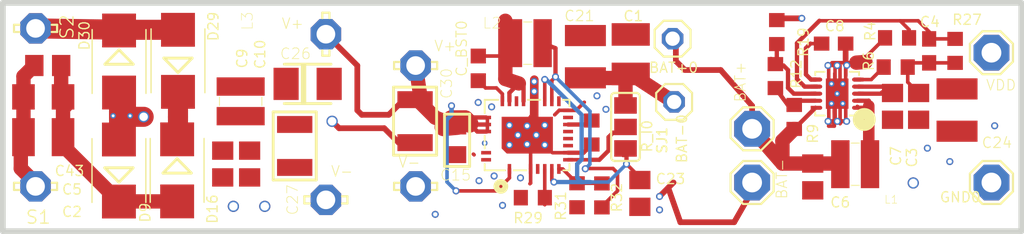
<source format=kicad_pcb>
(kicad_pcb (version 20221018) (generator pcbnew)
  (layers (0 "F.Cu" signal) (31 "B.Cu" signal) (34 "B.Paste" user) (35 "F.Paste" user) (36 "B.SilkS" user "B.Silkscreen") (37 "F.SilkS" user "F.Silkscreen") (38 "B.Mask" user) (39 "F.Mask" user) (44 "Edge.Cuts" user))
  (net 0 "")
  (net 1 "/Anpassnetzwerk/ANT_2222")
  (net 2 "/Anpassnetzwerk/ANT_2")
  (net 3 "/5V DC/DC Wandler für Last TPS61230/V_OUT_TPS61230")
  (net 4 "Net-(C4-Pad2)")
  (net 5 "Net-(C8-Pad1)")
  (net 6 "/LiFePo Lader LTC7103/V_AACCC")
  (net 7 "/LiFePo Lader LTC7103/INTV_CC")
  (net 8 "U_BATT+")
  (net 9 "V_AA")
  (net 10 "Net-(C_BST0-Pad2)")
  (net 11 "Net-(C_BST0-Pad1)")
  (net 12 "/Anpassnetzwerk/ANT_GND_2")
  (net 13 "Net-(L1-Pad2)")
  (net 14 "Net-(R6-Pad1)")
  (net 15 "Net-(R12-Pad2)")
  (net 16 "Net-(R12-Pad1)")
  (net 17 "Net-(R29-Pad2)")
  (net 18 "Net-(R31-Pad2)")
  (net 19 "Net-(R_I0-Pad2)")
  (net 20 "Net-(SJ1-Pad2)")
  (net 23 "GND")
  (footprint "Texmitter_Empfänger_gefertigt:SE14" (layer "F.Cu") (at 165.48735 105.83985)
    (fp_text reference "U_HS0" hide)
    (fp_text value "SE14" hide)
  )
  (footprint "Texmitter_Empfänger_gefertigt:SJ_2" (layer "F.Cu") (at 156.52735 105.70735 -90)
    (fp_text reference "SJ1")
    (fp_text value "SJ2W" hide)
  )
  (footprint "Texmitter_Empfänger_gefertigt:LSP13" (layer "F.Cu") (at 135.32485 99.12985 90)
    (fp_text reference "LSP1" hide)
    (fp_text value "LSP13" hide)
  )
  (footprint "Texmitter_Empfänger_gefertigt:LSP13" (layer "F.Cu") (at 141.67485 101.35235)
    (fp_text reference "LSP2" hide)
    (fp_text value "LSP13" hide)
  )
  (footprint "Texmitter_Empfänger_gefertigt:R0603" (layer "F.Cu") (at 167.13485 102.09985 -90)
    (fp_text reference "R12")
    (fp_text value "8,2k/ neu 910k" hide)
  )
  (footprint "Texmitter_Empfänger_gefertigt:C0603K" (layer "F.Cu") (at 146.10985 101.55235 90)
    (fp_text reference "C_BST0")
    (fp_text value "100nF RS Best.-Nr. 904-0158 " hide)
  )
  (footprint "Texmitter_Empfänger_gefertigt:TPS61230" (layer "F.Cu") (at 171.50485 103.34735 90)
    (fp_text reference "U$2" hide)
    (fp_text value "TPS61230" hide)
  )
  (footprint "Texmitter_Empfänger_gefertigt:SE14" (layer "F.Cu") (at 182.42485 109.64735 90)
    (fp_text reference "GND0")
    (fp_text value "SE14" hide)
  )
  (footprint "Texmitter_Empfänger_gefertigt:C1206" (layer "F.Cu") (at 115.32235 103.57485)
    (fp_text reference "C5")
    (fp_text value "C-EUC1206" hide)
  )
  (footprint "Texmitter_Empfänger_gefertigt:C0805" (layer "F.Cu") (at 169.77735 109.25235 -90)
    (fp_text reference "C6")
    (fp_text value "X5R, 22μF 6,3V  RS Best.-Nr. 144-8498 " hide)
  )
  (footprint "Texmitter_Empfänger_gefertigt:R0603" (layer "F.Cu") (at 154.85735 110.56235 -90)
    (fp_text reference "R32")
    (fp_text value "0 bei fix output/ 100k" hide)
  )
  (footprint "Texmitter_Empfänger_gefertigt:C1210" (layer "F.Cu") (at 156.89735 100.54735 -90)
    (fp_text reference "C1")
    (fp_text value "100uF 10V" hide)
  )
  (footprint "Texmitter_Empfänger_gefertigt:C0805" (layer "F.Cu") (at 177.26985 104.24735 -90)
    (fp_text reference "C3")
    (fp_text value "10uF X5R 10V RS.:846-7293" hide)
  )
  (footprint "Texmitter_Empfänger_gefertigt:R0603" (layer "F.Cu") (at 149.96985 110.72235)
    (fp_text reference "R29")
    (fp_text value "75k" hide)
  )
  (footprint "Texmitter_Empfänger_gefertigt:WE-MAPI_3015_3020" (layer "F.Cu") (at 172.77985 108.34985)
    (fp_text reference "L1")
    (fp_text value "WE-MAPI_3020" hide)
  )
  (footprint "Texmitter_Empfänger_gefertigt:C0805" (layer "F.Cu") (at 128.02235 108.33735 -90)
    (fp_text reference "C9")
    (fp_text value "C-EUC0805" hide)
  )
  (footprint "Texmitter_Empfänger_gefertigt:WE-MAPI_3015_3020" (layer "F.Cu") (at 149.61235 99.76485)
    (fp_text reference "L2")
    (fp_text value "WE-MAPI_3020" hide)
  )
  (footprint "Texmitter_Empfänger_gefertigt:R0603" (layer "F.Cu") (at 175.74485 99.38985)
    (fp_text reference "R4")
    (fp_text value "100k/ neu 220k" hide)
  )
  (footprint "Texmitter_Empfänger_gefertigt:WE-MAPI_3015_3020" (layer "F.Cu") (at 129.29235 103.89235 90)
    (fp_text reference "L3")
    (fp_text value "WE-MAPI_3020" hide)
  )
  (footprint "Texmitter_Empfänger_gefertigt:C1210" (layer "F.Cu") (at 115.32235 106.43235)
    (fp_text reference "C2")
    (fp_text value "C-EUC1210" hide)
  )
  (footprint "Texmitter_Empfänger_gefertigt:C0805" (layer "F.Cu") (at 129.92735 108.33735 -90)
    (fp_text reference "C10")
    (fp_text value "C-EUC0805" hide)
  )
  (footprint "Texmitter_Empfänger_gefertigt:SE14" (layer "F.Cu") (at 182.42485 100.44235 90)
    (fp_text reference "UNK5V_OUT0" hide)
    (fp_text value "SE14" hide)
  )
  (footprint "Texmitter_Empfänger_gefertigt:LSP13" (layer "F.Cu") (at 141.67485 109.92485)
    (fp_text reference "LSP4" hide)
    (fp_text value "LSP13" hide)
  )
  (footprint "Texmitter_Empfänger_gefertigt:C3528-21_T" (layer "F.Cu") (at 134.03235 102.65235 180)
    (fp_text reference "C26")
    (fp_text value "RS Best.-Nr. 699-2882  220nF 50V" hide)
  )
  (footprint "Texmitter_Empfänger_gefertigt:C1210" (layer "F.Cu") (at 133.11735 107.05485 90)
    (fp_text reference "C27")
    (fp_text value " RS Best.-Nr. 181-9969 4,7uF 100V X7R" hide)
  )
  (footprint "Texmitter_Empfänger_gefertigt:LSP13" (layer "F.Cu") (at 135.32485 110.87735)
    (fp_text reference "LSP3" hide)
    (fp_text value "LSP13" hide)
  )
  (footprint "Texmitter_Empfänger_gefertigt:R0603" (layer "F.Cu") (at 167.23485 98.97985 -90)
    (fp_text reference "R19")
    (fp_text value "8,2k/ neu 330k" hide)
  )
  (footprint "Texmitter_Empfänger_gefertigt:R0603" (layer "F.Cu") (at 153.09735 110.55235 90)
    (fp_text reference "R31")
    (fp_text value "NC/3k" hide)
  )
  (footprint "Texmitter_Empfänger_gefertigt:C0603" (layer "F.Cu") (at 178.01485 100.31235 90)
    (fp_text reference "C4")
    (fp_text value "18pF 50V   RS Best.-Nr. 147-415 " hide)
  )
  (footprint "Texmitter_Empfänger_gefertigt:LSP13" (layer "F.Cu") (at 114.77735 109.92235 180)
    (fp_text reference "S1")
    (fp_text value "LSP13" hide)
  )
  (footprint "Texmitter_Empfänger_gefertigt:C1210K" (layer "F.Cu") (at 179.98985 104.50985 -90)
    (fp_text reference "C24")
    (fp_text value "100uF 10V RS Best.-Nr. 885-1960 " hide)
  )
  (footprint "Texmitter_Empfänger_gefertigt:SMB" (layer "F.Cu") (at 124.85735 101.01735 90)
    (fp_text reference "D29")
    (fp_text value " Vishay VS-2EJH02-M3/6B SMT Diode, 200V 2A, 2-Pin DO-221AC      RS Stock No. 872-2878 " hide)
  )
  (footprint "Texmitter_Empfänger_gefertigt:C1210K" (layer "F.Cu") (at 153.68985 100.72485 -90)
    (fp_text reference "C21")
    (fp_text value "22uF RS Best.-Nr. 515-8479 " hide)
  )
  (footprint "Texmitter_Empfänger_gefertigt:LTC7103" (layer "F.Cu") (at 149.56235 106.28485 90)
    (fp_text reference "U$6" hide)
    (fp_text value "LTC7103QFN" hide)
  )
  (footprint "Texmitter_Empfänger_gefertigt:SE14" (layer "F.Cu") (at 165.48735 109.64735)
    (fp_text reference "GND_HS0" hide)
    (fp_text value "SE14" hide)
  )
  (footprint "Texmitter_Empfänger_gefertigt:C0805" (layer "F.Cu") (at 157.54235 110.42235 -90)
    (fp_text reference "C23")
    (fp_text value " 1uF RS Best.-Nr. 146-4318 " hide)
  )
  (footprint "Texmitter_Empfänger_gefertigt:R0603" (layer "F.Cu") (at 168.46735 104.99735 -90)
    (fp_text reference "R9")
    (fp_text value "1Mega" hide)
  )
  (footprint "Texmitter_Empfänger_gefertigt:R0603" (layer "F.Cu") (at 179.85235 100.31235 -90)
    (fp_text reference "R27")
    (fp_text value "910/ neu 820k" hide)
  )
  (footprint "Texmitter_Empfänger_gefertigt:SMB" (layer "F.Cu") (at 120.68735 101.06735 -90)
    (fp_text reference "D30")
    (fp_text value " Vishay VS-2EJH02-M3/6B SMT Diode, 200V 2A, 2-Pin DO-221AC      RS Stock No. 872-2878 " hide)
  )
  (footprint "Texmitter_Empfänger_gefertigt:SMB" (layer "F.Cu") (at 124.79735 108.78735 -90)
    (fp_text reference "D16")
    (fp_text value " Vishay VS-2EJH02-M3/6B SMT Diode, 200V 2A, 2-Pin DO-221AC      RS Stock No. 872-2878 " hide)
  )
  (footprint "Texmitter_Empfänger_gefertigt:1X01" (layer "F.Cu") (at 159.96735 103.93235 90)
    (fp_text reference "BAT-0")
    (fp_text value "" hide)
  )
  (footprint "Texmitter_Empfänger_gefertigt:R0603" (layer "F.Cu") (at 175.64985 101.46235)
    (fp_text reference "R6")
    (fp_text value "100k" hide)
  )
  (footprint "Texmitter_Empfänger_gefertigt:1X01" (layer "F.Cu") (at 159.86235 99.44735 90)
    (fp_text reference "BAT+0")
    (fp_text value "" hide)
  )
  (footprint "Texmitter_Empfänger_gefertigt:SMB" (layer "F.Cu") (at 120.67735 108.79735 90)
    (fp_text reference "D9")
    (fp_text value " Vishay VS-2EJH02-M3/6B SMT Diode, 200V 2A, 2-Pin DO-221AC      RS Stock No. 872-2878 " hide)
  )
  (footprint "Texmitter_Empfänger_gefertigt:C1210" (layer "F.Cu") (at 141.63485 105.29485 90)
    (fp_text reference "C30")
    (fp_text value " RS Best.-Nr. 181-9969 4,7uF 100V X7R" hide)
  )
  (footprint "Texmitter_Empfänger_gefertigt:C0805" (layer "F.Cu") (at 144.60735 106.65485 90)
    (fp_text reference "C15")
    (fp_text value " RS Best.-Nr. 915-9457 100nF 100V X7R" hide)
  )
  (footprint "Texmitter_Empfänger_gefertigt:C0805" (layer "F.Cu") (at 115.63985 101.34985)
    (fp_text reference "C43")
    (fp_text value "0 Ohm" hide)
  )
  (footprint "Texmitter_Empfänger_gefertigt:LSP13" (layer "F.Cu") (at 114.77735 98.71735 180)
    (fp_text reference "S2")
    (fp_text value "LSP13" hide)
  )
  (footprint "Texmitter_Empfänger_gefertigt:C0805" (layer "F.Cu") (at 175.42235 104.24735 -90)
    (fp_text reference "C7")
    (fp_text value "10uF X5R 10V RS.:846-7293" hide)
  )
  (footprint "Texmitter_Empfänger_gefertigt:R0603" (layer "F.Cu") (at 154.13985 106.10235 90)
    (fp_text reference "R_I0")
    (fp_text value "6,8k" hide)
  )
  (footprint "Texmitter_Empfänger_gefertigt:C0603" (layer "F.Cu") (at 171.25485 99.79735)
    (fp_text reference "C8")
    (fp_text value "X7R, 10nF 10V  RS Best.-Nr.839-2798" hide)
  )
  (gr_circle (center 147.70735 109.92485) (end 148.02485 109.92485) (stroke (width 0.4064)) (fill none) (layer "F.SilkS"))
  (gr_line (start 184.53735 113.09985) (end 112.46485 113.09985) (stroke (width 0.4064)) (layer "Edge.Cuts"))
  (gr_line (start 112.46485 113.09985) (end 112.46485 96.90735) (stroke (width 0.4064)) (layer "Edge.Cuts"))
  (gr_line (start 184.53735 96.90735) (end 184.53735 113.09985) (stroke (width 0.4064)) (layer "Edge.Cuts"))
  (gr_line (start 112.46485 96.90735) (end 184.53735 96.90735) (stroke (width 0.4064)) (layer "Edge.Cuts"))
  (gr_text "V+" (at 142.94485 100.39985) (layer "F.SilkS") (effects (font (size 0.747776 0.747776) (thickness 0.065024)) (justify left bottom)))
  (gr_text "BAT-" (at 168.02735 110.87735 90) (layer "F.SilkS") (effects (font (size 0.747776 0.747776) (thickness 0.065024)) (justify left bottom)))
  (gr_text "BAT+" (at 164.21735 101.03485 90) (layer "F.SilkS") (effects (font (size 0.747776 0.747776) (thickness 0.065024)) (justify right top)))
  (gr_text "VDD" (at 184.21985 102.30485) (layer "F.SilkS") (effects (font (size 0.747776 0.747776) (thickness 0.065024)) (justify right top)))
  (gr_text "V-" (at 140.40485 108.65485) (layer "F.SilkS") (effects (font (size 0.747776 0.747776) (thickness 0.065024)) (justify left bottom)))
  (gr_text "V+" (at 132.14985 98.81235) (layer "F.SilkS") (effects (font (size 0.747776 0.747776) (thickness 0.065024)) (justify left bottom)))
  (gr_text "V-" (at 135.64235 109.28985) (layer "F.SilkS") (effects (font (size 0.747776 0.747776) (thickness 0.065024)) (justify left bottom)))
  (segment (start 116.72235 103.57485) (end 116.72235 106.43235) (width 1.016) (layer "F.Cu") (net 1))
  (segment (start 116.58985 101.34985) (end 116.58985 103.88985) (width 1.016) (layer "F.Cu") (net 1))
  (segment (start 116.90985 103.76235) (end 116.72235 103.57485) (width 1.016) (layer "F.Cu") (net 1))
  (segment (start 116.58985 103.88985) (end 116.90985 104.20985) (width 1.016) (layer "F.Cu") (net 1))
  (segment (start 116.90985 104.20985) (end 116.90985 103.76235) (width 1.016) (layer "F.Cu") (net 1))
  (segment (start 116.72235 106.43235) (end 116.72235 107.04235) (width 1.016) (layer "F.Cu") (net 1))
  (segment (start 120.70735 110.98735) (end 124.79735 110.98735) (width 1.016) (layer "F.Cu") (net 1))
  (segment (start 120.67735 110.99735) (end 120.70735 110.98735) (width 1.27) (layer "F.Cu") (net 1))
  (segment (start 116.72235 107.04235) (end 120.67735 110.99735) (width 1.016) (layer "F.Cu") (net 1))
  (segment (start 113.92235 103.57485) (end 113.92235 102.11735) (width 1.016) (layer "F.Cu") (net 2))
  (segment (start 113.73485 108.65485) (end 113.73485 106.61985) (width 1.016) (layer "F.Cu") (net 2))
  (segment (start 113.92235 106.43235) (end 113.92235 103.57485) (width 1.016) (layer "F.Cu") (net 2))
  (segment (start 114.77735 109.92235) (end 114.77735 109.69735) (width 1.016) (layer "F.Cu") (net 2))
  (segment (start 113.92235 102.11735) (end 114.68985 101.34985) (width 1.016) (layer "F.Cu") (net 2))
  (segment (start 113.73485 106.61985) (end 113.92235 106.43235) (width 1.016) (layer "F.Cu") (net 2))
  (segment (start 114.77735 109.69735) (end 113.73485 108.65485) (width 1.016) (layer "F.Cu") (net 2))
  (segment (start 176.79985 101.16235) (end 176.49985 101.46235) (width 0.254) (layer "F.Cu") (net 3))
  (segment (start 173.03485 102.84735) (end 174.97235 102.84735) (width 0.3048) (layer "F.Cu") (net 3))
  (segment (start 175.38235 103.25735) (end 175.42235 103.29735) (width 0.3048) (layer "F.Cu") (net 3))
  (segment (start 174.69485 103.25735) (end 175.38235 103.25735) (width 0.3048) (layer "F.Cu") (net 3))
  (segment (start 178.01485 101.16235) (end 176.79985 101.16235) (width 0.254) (layer "F.Cu") (net 3))
  (segment (start 173.03485 103.34735) (end 172.93485 103.34735) (width 0.254) (layer "F.Cu") (net 3))
  (segment (start 176.49985 101.46235) (end 176.49985 102.52735) (width 0.254) (layer "F.Cu") (net 3))
  (segment (start 174.60485 103.34735) (end 174.69485 103.25735) (width 0.3048) (layer "F.Cu") (net 3))
  (segment (start 174.97235 102.84735) (end 175.42235 103.29735) (width 0.3048) (layer "F.Cu") (net 3))
  (segment (start 176.49985 102.52735) (end 177.26985 103.29735) (width 0.254) (layer "F.Cu") (net 3))
  (segment (start 173.03485 103.34735) (end 174.60485 103.34735) (width 0.3048) (layer "F.Cu") (net 3))
  (segment (start 173.03485 102.84735) (end 172.93485 102.84735) (width 0.254) (layer "F.Cu") (net 3))
  (segment (start 179.85235 101.16235) (end 178.01485 101.16235) (width 0.254) (layer "F.Cu") (net 3))
  (segment (start 168.66235 102.30485) (end 168.66235 99.76485) (width 0.3048) (layer "F.Cu") (net 4))
  (segment (start 176.59485 99.38985) (end 176.59485 98.80735) (width 0.254) (layer "F.Cu") (net 4))
  (segment (start 168.66235 99.76485) (end 170.24985 98.17735) (width 0.3048) (layer "F.Cu") (net 4))
  (segment (start 175.96485 98.17735) (end 170.24985 98.17735) (width 0.254) (layer "F.Cu") (net 4))
  (segment (start 176.59485 98.80735) (end 175.96485 98.17735) (width 0.254) (layer "F.Cu") (net 4))
  (segment (start 170.07485 102.84735) (end 169.97485 102.84735) (width 0.254) (layer "F.Cu") (net 4))
  (segment (start 178.01485 99.46235) (end 178.01485 98.95735) (width 0.254) (layer "F.Cu") (net 4))
  (segment (start 178.01485 99.46235) (end 179.85235 99.46235) (width 0.254) (layer "F.Cu") (net 4))
  (segment (start 169.20485 102.84735) (end 168.66235 102.30485) (width 0.3048) (layer "F.Cu") (net 4))
  (segment (start 170.07485 102.84735) (end 169.20485 102.84735) (width 0.3048) (layer "F.Cu") (net 4))
  (segment (start 178.01485 98.95735) (end 177.23485 98.17735) (width 0.254) (layer "F.Cu") (net 4))
  (segment (start 177.23485 98.17735) (end 175.96485 98.17735) (width 0.254) (layer "F.Cu") (net 4))
  (segment (start 170.07485 99.79735) (end 169.61485 99.79735) (width 0.254) (layer "F.Cu") (net 5))
  (segment (start 169.97485 102.34735) (end 170.07485 102.34735) (width 0.254) (layer "F.Cu") (net 5))
  (segment (start 169.97485 102.34735) (end 169.65735 102.34735) (width 0.3048) (layer "F.Cu") (net 5))
  (segment (start 169.29735 101.98735) (end 169.29735 100.11485) (width 0.3048) (layer "F.Cu") (net 5))
  (segment (start 169.29735 100.11485) (end 169.61485 99.79735) (width 0.3048) (layer "F.Cu") (net 5))
  (segment (start 169.65735 102.34735) (end 169.29735 101.98735) (width 0.3048) (layer "F.Cu") (net 5))
  (segment (start 170.40485 99.79735) (end 170.07485 99.79735) (width 0.4064) (layer "F.Cu") (net 5))
  (segment (start 148.31235 108.68485) (end 148.31235 109.31985) (width 0.254) (layer "F.Cu") (net 6))
  (segment (start 146.03985 106.03485) (end 145.53985 105.53485) (width 0.3048) (layer "F.Cu") (net 6))
  (segment (start 137.86485 104.84485) (end 137.54735 104.52735) (width 0.4064) (layer "F.Cu") (net 6))
  (segment (start 139.76985 104.84485) (end 137.86485 104.84485) (width 0.4064) (layer "F.Cu") (net 6))
  (segment (start 144.21485 104.20985) (end 144.21485 105.24635) (width 0.3048) (layer "F.Cu") (net 6))
  (segment (start 145.3261 105.3211) (end 145.48485 105.47985) (width 1.27) (layer "F.Cu") (net 6))
  (segment (start 141.99235 103.25735) (end 141.35735 103.89235) (width 0.4064) (layer "F.Cu") (net 6))
  (segment (start 146.66235 106.03485) (end 146.03985 106.03485) (width 0.3048) (layer "F.Cu") (net 6))
  (segment (start 137.54735 104.52735) (end 137.54735 101.35235) (width 0.4064) (layer "F.Cu") (net 6))
  (segment (start 148.31235 109.31985) (end 147.38985 110.24235) (width 0.254) (layer "F.Cu") (net 6))
  (segment (start 145.16735 105.16235) (end 145.3261 105.3211) (width 1.27) (layer "F.Cu") (net 6))
  (segment (start 141.67485 101.35235) (end 141.99235 103.25735) (width 0.4064) (layer "F.Cu") (net 6))
  (segment (start 146.66235 105.03485) (end 145.61235 105.03485) (width 0.3048) (layer "F.Cu") (net 6))
  (segment (start 141.63485 103.77085) (end 141.78685 103.77085) (width 1.016) (layer "F.Cu") (net 6))
  (segment (start 141.67485 101.35235) (end 141.99235 103.41335) (width 1.016) (layer "F.Cu") (net 6))
  (segment (start 140.72235 103.89235) (end 139.76985 104.84485) (width 0.4064) (layer "F.Cu") (net 6))
  (segment (start 141.35735 103.89235) (end 140.72235 103.89235) (width 0.4064) (layer "F.Cu") (net 6))
  (segment (start 137.54735 101.35235) (end 135.32485 99.12985) (width 0.4064) (layer "F.Cu") (net 6))
  (segment (start 143.05685 105.04085) (end 144.60735 105.63885) (width 1.016) (layer "F.Cu") (net 6))
  (segment (start 144.21485 105.16235) (end 145.16735 105.16235) (width 1.27) (layer "F.Cu") (net 6))
  (segment (start 143.65485 105.72235) (end 144.21485 105.16235) (width 1.27) (layer "F.Cu") (net 6))
  (segment (start 146.75485 106.03485) (end 146.75485 105.16235) (width 0.254) (layer "F.Cu") (net 6))
  (segment (start 144.21485 105.24635) (end 144.60735 105.63885) (width 0.3048) (layer "F.Cu") (net 6))
  (segment (start 141.78685 103.77085) (end 143.05685 105.04085) (width 1.016) (layer "F.Cu") (net 6))
  (segment (start 146.66235 106.03485) (end 146.75485 106.03485) (width 0.254) (layer "F.Cu") (net 6))
  (segment (start 145.61235 105.03485) (end 145.3261 105.3211) (width 0.3048) (layer "F.Cu") (net 6))
  (segment (start 146.66235 105.53485) (end 145.53985 105.53485) (width 0.3048) (layer "F.Cu") (net 6))
  (segment (start 145.53985 105.53485) (end 145.48485 105.47985) (width 0.3048) (layer "F.Cu") (net 6))
  (segment (start 141.99235 103.41335) (end 141.63485 103.77085) (width 1.016) (layer "F.Cu") (net 6))
  (segment (start 144.60735 105.63885) (end 143.65485 105.72235) (width 1.27) (layer "F.Cu") (net 6))
  (segment (start 147.38985 110.24235) (end 144.53235 110.24235) (width 0.254) (layer "F.Cu") (net 6))
  (via (at 144.53235 110.24235) (size 0.5) (drill 0.3) (layers "F.Cu" "B.Cu") (net 6))
  (via (at 144.21485 104.20985) (size 0.5) (drill 0.3) (layers "F.Cu" "B.Cu") (net 6))
  (segment (start 144.53235 110.24235) (end 143.89735 109.60735) (width 0.254) (layer "B.Cu") (net 6))
  (segment (start 144.21485 104.20985) (end 144.21485 104.84485) (width 0.3048) (layer "B.Cu") (net 6))
  (segment (start 144.21485 104.84485) (end 143.89735 105.16235) (width 0.3048) (layer "B.Cu") (net 6))
  (segment (start 143.89735 109.60735) (end 143.89735 105.16235) (width 0.254) (layer "B.Cu") (net 6))
  (segment (start 156.59735 107.38485) (end 156.37385 107.70235) (width 0.3048) (layer "F.Cu") (net 7))
  (segment (start 157.22485 108.96485) (end 156.59735 108.33735) (width 0.254) (layer "F.Cu") (net 7))
  (segment (start 151.31235 109.49485) (end 151.46235 109.61485) (width 0.254) (layer "F.Cu") (net 7))
  (segment (start 156.59735 108.33735) (end 156.59735 107.38485) (width 0.3048) (layer "F.Cu") (net 7))
  (segment (start 151.31235 108.68485) (end 151.31235 109.49485) (width 0.254) (layer "F.Cu") (net 7))
  (segment (start 150.81235 103.88485) (end 150.81235 102.34485) (width 0.254) (layer "F.Cu") (net 7))
  (segment (start 156.37385 107.70235) (end 156.52735 107.23135) (width 0.3048) (layer "F.Cu") (net 7))
  (segment (start 157.54235 109.47235) (end 157.22485 108.96485) (width 0.254) (layer "F.Cu") (net 7))
  (via (at 151.46235 109.61485) (size 0.5) (drill 0.3) (layers "F.Cu" "B.Cu") (net 7))
  (via (at 150.81235 102.34485) (size 0.5) (drill 0.3) (layers "F.Cu" "B.Cu") (net 7))
  (via (at 156.59735 108.33735) (size 0.5) (drill 0.3) (layers "F.Cu" "B.Cu") (net 7))
  (segment (start 154.04985 109.61485) (end 155.31985 109.61485) (width 0.254) (layer "B.Cu") (net 7))
  (segment (start 153.42235 108.01985) (end 153.10485 108.33735) (width 0.3048) (layer "B.Cu") (net 7))
  (segment (start 150.81235 102.34485) (end 150.81235 102.23485) (width 0.3048) (layer "B.Cu") (net 7))
  (segment (start 155.31985 109.61485) (end 156.59735 108.33735) (width 0.254) (layer "B.Cu") (net 7))
  (segment (start 153.10485 108.33735) (end 153.10485 109.29735) (width 0.3048) (layer "B.Cu") (net 7))
  (segment (start 153.42235 109.61485) (end 154.04985 109.61485) (width 0.3048) (layer "B.Cu") (net 7))
  (segment (start 151.46235 109.61485) (end 153.42235 109.61485) (width 0.3048) (layer "B.Cu") (net 7))
  (segment (start 153.42235 104.84485) (end 153.42235 108.01985) (width 0.3048) (layer "B.Cu") (net 7))
  (segment (start 153.10485 109.29735) (end 153.42235 109.61485) (width 0.3048) (layer "B.Cu") (net 7))
  (segment (start 150.81235 102.23485) (end 153.42235 104.84485) (width 0.3048) (layer "B.Cu") (net 7))
  (segment (start 169.97485 104.34735) (end 169.96735 104.34735) (width 0.3048) (layer "F.Cu") (net 8))
  (segment (start 160.08985 101.03485) (end 160.08985 99.67485) (width 0.4064) (layer "F.Cu") (net 8))
  (segment (start 167.63235 108.30235) (end 165.48735 105.83985) (width 1.016) (layer "F.Cu") (net 8))
  (segment (start 151.57235 102.15485) (end 151.31235 102.41485) (width 0.254) (layer "F.Cu") (net 8))
  (segment (start 151.57235 102.15485) (end 151.57235 100.12485) (width 0.3048) (layer "F.Cu") (net 8))
  (segment (start 163.26485 101.66985) (end 160.72485 101.66985) (width 0.4064) (layer "F.Cu") (net 8))
  (segment (start 155.96235 108.97235) (end 155.64485 108.65485) (width 0.254) (layer "F.Cu") (net 8))
  (segment (start 160.72485 101.66985) (end 160.08985 101.03485) (width 0.4064) (layer "F.Cu") (net 8))
  (segment (start 169.96735 104.34735) (end 168.46735 105.84735) (width 0.3048) (layer "F.Cu") (net 8))
  (segment (start 170.07485 104.34735) (end 169.97485 104.34735) (width 0.254) (layer "F.Cu") (net 8))
  (segment (start 167.63235 106.68235) (end 168.46735 105.84735) (width 1.016) (layer "F.Cu") (net 8))
  (segment (start 165.48735 105.83985) (end 165.48735 104.20985) (width 0.4064) (layer "F.Cu") (net 8))
  (segment (start 154.85735 111.41235) (end 154.85735 111.34735) (width 0.254) (layer "F.Cu") (net 8))
  (segment (start 160.08985 99.67485) (end 159.86235 99.44735) (width 0.4064) (layer "F.Cu") (net 8))
  (segment (start 151.31235 102.41485) (end 151.31235 103.88485) (width 0.254) (layer "F.Cu") (net 8))
  (segment (start 167.63235 108.30235) (end 167.63235 106.68235) (width 1.016) (layer "F.Cu") (net 8))
  (segment (start 169.77735 108.30235) (end 171.68235 108.30235) (width 1.016) (layer "F.Cu") (net 8))
  (segment (start 169.77735 108.30235) (end 167.63235 108.30235) (width 1.016) (layer "F.Cu") (net 8))
  (segment (start 155.96235 110.24235) (end 155.96235 108.97235) (width 0.254) (layer "F.Cu") (net 8))
  (segment (start 165.48735 104.20985) (end 163.26485 101.66985) (width 0.4064) (layer "F.Cu") (net 8))
  (segment (start 154.85735 111.34735) (end 155.96235 110.24235) (width 0.254) (layer "F.Cu") (net 8))
  (segment (start 153.70235 108.65485) (end 153.68235 108.67485) (width 0.254) (layer "F.Cu") (net 8))
  (segment (start 171.68235 108.30235) (end 171.72985 108.34985) (width 1.016) (layer "F.Cu") (net 8))
  (segment (start 151.57235 100.12485) (end 150.66235 99.76485) (width 0.3048) (layer "F.Cu") (net 8))
  (segment (start 155.64485 108.65485) (end 153.70235 108.65485) (width 0.254) (layer "F.Cu") (net 8))
  (via (at 153.68235 108.67485) (size 0.5) (drill 0.3) (layers "F.Cu" "B.Cu") (net 8))
  (via (at 151.57235 102.15485) (size 0.5) (drill 0.3) (layers "F.Cu" "B.Cu") (net 8))
  (segment (start 154.01235 104.59485) (end 151.57235 102.15485) (width 0.254) (layer "B.Cu") (net 8))
  (segment (start 154.004293 107.986232) (end 154.01235 104.59485) (width 0.254) (layer "B.Cu") (net 8))
  (segment (start 154.004293 108.352907) (end 154.004293 107.986232) (width 0.254) (layer "B.Cu") (net 8))
  (segment (start 153.68235 108.67485) (end 154.004293 108.352907) (width 0.254) (layer "B.Cu") (net 8))
  (segment (start 124.92735 105.06735) (end 124.85735 104.99735) (width 1.27) (layer "F.Cu") (net 9))
  (segment (start 124.79735 106.58735) (end 124.87735 106.50735) (width 1.27) (layer "F.Cu") (net 9))
  (segment (start 124.85735 103.21735) (end 124.85735 102.90735) (width 1.4224) (layer "F.Cu") (net 9))
  (segment (start 124.85735 103.21735) (end 124.85735 104.99735) (width 1.4224) (layer "F.Cu") (net 9))
  (segment (start 124.85735 104.99735) (end 124.85735 106.58735) (width 1.4224) (layer "F.Cu") (net 9))
  (segment (start 124.85735 106.58735) (end 124.79735 106.58735) (width 1.4224) (layer "F.Cu") (net 9))
  (segment (start 148.31235 103.88485) (end 148.31235 103.28735) (width 0.3048) (layer "F.Cu") (net 10))
  (segment (start 148.56235 99.76485) (end 148.29235 99.76485) (width 0.3048) (layer "F.Cu") (net 10))
  (segment (start 146.10985 100.67735) (end 147.64985 100.67735) (width 0.254) (layer "F.Cu") (net 10))
  (segment (start 148.02485 102.30485) (end 148.02485 98.17735) (width 1.016) (layer "F.Cu") (net 10))
  (segment (start 148.31235 103.28735) (end 148.97735 102.62235) (width 0.3048) (layer "F.Cu") (net 10))
  (segment (start 147.64985 100.67735) (end 148.56235 99.76485) (width 0.254) (layer "F.Cu") (net 10))
  (segment (start 149.31235 103.88485) (end 149.31235 102.63985) (width 0.3048) (layer "F.Cu") (net 10))
  (segment (start 148.97735 102.62235) (end 148.02485 102.30485) (width 1.016) (layer "F.Cu") (net 10))
  (segment (start 149.31235 102.63985) (end 148.02485 102.30485) (width 0.3048) (layer "F.Cu") (net 10))
  (segment (start 147.81235 103.36235) (end 147.38985 102.93985) (width 0.254) (layer "F.Cu") (net 11))
  (segment (start 146.62235 102.93985) (end 146.10985 102.42735) (width 0.254) (layer "F.Cu") (net 11))
  (segment (start 147.38985 102.93985) (end 146.62235 102.93985) (width 0.254) (layer "F.Cu") (net 11))
  (segment (start 147.81235 103.88485) (end 147.81235 103.36235) (width 0.254) (layer "F.Cu") (net 11))
  (segment (start 121.12735 98.81735) (end 120.73735 98.81735) (width 0.8128) (layer "F.Cu") (net 12))
  (segment (start 120.96735 98.58735) (end 120.68735 98.86735) (width 0.8128) (layer "F.Cu") (net 12))
  (segment (start 120.73735 98.81735) (end 120.68735 98.86735) (width 0.8128) (layer "F.Cu") (net 12))
  (segment (start 124.85735 98.81735) (end 121.12735 98.81735) (width 1.4224) (layer "F.Cu") (net 12))
  (segment (start 121.12735 98.81735) (end 114.77735 98.71735) (width 1.4224) (layer "F.Cu") (net 12))
  (segment (start 173.82985 108.34985) (end 173.74235 108.34985) (width 0.8128) (layer "F.Cu") (net 13))
  (segment (start 172.93485 103.84735) (end 173.74235 103.84735) (width 0.3048) (layer "F.Cu") (net 13))
  (segment (start 173.03485 104.34735) (end 172.93485 104.34735) (width 0.254) (layer "F.Cu") (net 13))
  (segment (start 173.74235 103.84735) (end 173.74235 104.20985) (width 0.3048) (layer "F.Cu") (net 13))
  (segment (start 173.74235 104.52735) (end 173.74235 104.20985) (width 0.8128) (layer "F.Cu") (net 13))
  (segment (start 172.93485 104.24735) (end 173.03485 104.34735) (width 0.254) (layer "F.Cu") (net 13))
  (segment (start 172.93485 103.84735) (end 173.03485 103.84735) (width 0.254) (layer "F.Cu") (net 13))
  (segment (start 173.74235 108.34985) (end 173.74235 104.52735) (width 0.8128) (layer "F.Cu") (net 13))
  (segment (start 173.74235 104.34735) (end 173.74235 104.52735) (width 0.3048) (layer "F.Cu") (net 13))
  (segment (start 173.03485 104.34735) (end 173.74235 104.34735) (width 0.3048) (layer "F.Cu") (net 13))
  (segment (start 173.91485 102.34735) (end 174.79985 101.46235) (width 0.254) (layer "F.Cu") (net 14))
  (segment (start 173.03485 102.34735) (end 173.91485 102.34735) (width 0.254) (layer "F.Cu") (net 14))
  (segment (start 172.93485 102.34735) (end 173.03485 102.34735) (width 0.254) (layer "F.Cu") (net 14))
  (segment (start 168.01485 104.14735) (end 167.13485 102.94985) (width 0.3048) (layer "F.Cu") (net 15))
  (segment (start 169.97485 103.84735) (end 168.76735 103.84735) (width 0.3048) (layer "F.Cu") (net 15))
  (segment (start 168.46735 104.14735) (end 168.01485 104.14735) (width 0.3048) (layer "F.Cu") (net 15))
  (segment (start 169.97485 103.84735) (end 170.07485 103.84735) (width 0.254) (layer "F.Cu") (net 15))
  (segment (start 168.76735 103.84735) (end 168.46735 104.14735) (width 0.3048) (layer "F.Cu") (net 15))
  (segment (start 169.97485 103.34735) (end 168.43485 103.34735) (width 0.3048) (layer "F.Cu") (net 16))
  (segment (start 168.02735 101.66985) (end 167.70985 101.35235) (width 0.3048) (layer "F.Cu") (net 16))
  (segment (start 168.43485 103.34735) (end 168.02735 102.93985) (width 0.3048) (layer "F.Cu") (net 16))
  (segment (start 167.23735 101.35235) (end 167.13485 101.24985) (width 0.3048) (layer "F.Cu") (net 16))
  (segment (start 167.70985 101.35235) (end 167.23735 101.35235) (width 0.3048) (layer "F.Cu") (net 16))
  (segment (start 167.23485 101.14985) (end 167.13485 101.24985) (width 0.3048) (layer "F.Cu") (net 16))
  (segment (start 167.13485 101.24985) (end 166.81735 100.87985) (width 0.3048) (layer "F.Cu") (net 16))
  (segment (start 167.23485 99.82985) (end 167.23485 101.14985) (width 0.3048) (layer "F.Cu") (net 16))
  (segment (start 168.02735 102.93985) (end 168.02735 101.66985) (width 0.3048) (layer "F.Cu") (net 16))
  (segment (start 169.97485 103.34735) (end 170.07485 103.34735) (width 0.254) (layer "F.Cu") (net 16))
  (segment (start 150.81235 111.21735) (end 150.81985 110.72235) (width 0.254) (layer "F.Cu") (net 17))
  (segment (start 150.81235 108.68485) (end 150.81235 111.21735) (width 0.254) (layer "F.Cu") (net 17))
  (segment (start 152.07985 108.68485) (end 153.09735 109.70235) (width 0.254) (layer "F.Cu") (net 18))
  (segment (start 151.81235 108.68485) (end 152.07985 108.68485) (width 0.254) (layer "F.Cu") (net 18))
  (segment (start 153.09735 109.70235) (end 154.84735 109.70235) (width 0.254) (layer "F.Cu") (net 18))
  (segment (start 154.84735 109.70235) (end 154.85735 109.71235) (width 0.254) (layer "F.Cu") (net 18))
  (segment (start 153.85735 105.53485) (end 154.13985 105.25235) (width 0.3048) (layer "F.Cu") (net 19))
  (segment (start 152.46235 105.53485) (end 153.85735 105.53485) (width 0.3048) (layer "F.Cu") (net 19))
  (segment (start 154.67735 108.03485) (end 155.32735 107.38485) (width 0.3048) (layer "F.Cu") (net 20))
  (segment (start 156.43735 106.11485) (end 156.52735 105.70735) (width 0.3048) (layer "F.Cu") (net 20))
  (segment (start 155.32735 106.43235) (end 155.64485 106.11485) (width 0.3048) (layer "F.Cu") (net 20))
  (segment (start 155.32735 107.38485) (end 155.32735 106.43235) (width 0.3048) (layer "F.Cu") (net 20))
  (segment (start 154.11235 108.03485) (end 154.67735 108.03485) (width 0.3048) (layer "F.Cu") (net 20))
  (segment (start 155.64485 106.11485) (end 156.43735 106.11485) (width 0.3048) (layer "F.Cu") (net 20))
  (segment (start 152.46235 108.03485) (end 154.11235 108.03485) (width 0.254) (layer "F.Cu") (net 20))
  (segment (start 172.10485 101.25735) (end 172.18485 101.33735) (width 0.4064) (layer "F.Cu") (net 23))
  (segment (start 170.89985 105.47735) (end 170.91485 105.47735) (width 0.254) (layer "F.Cu") (net 23))
  (segment (start 120.68735 103.26735) (end 120.68735 106.59735) (width 1.4224) (layer "F.Cu") (net 23))
  (segment (start 171.40485 103.64735) (end 171.40485 103.84735) (width 0.254) (layer "F.Cu") (net 23))
  (segment (start 171.29985 104.04735) (end 171.10485 104.04735) (width 0.254) (layer "F.Cu") (net 23))
  (segment (start 171.31485 105.12735) (end 171.41485 105.22735) (width 0.125) (layer "F.Cu") (net 23))
  (segment (start 171.61485 105.37735) (end 171.66485 105.37735) (width 0.254) (layer "F.Cu") (net 23))
  (segment (start 171.36485 105.37735) (end 170.96485 105.37735) (width 0.254) (layer "F.Cu") (net 23))
  (segment (start 160.40735 112.46485) (end 159.5511 110.0211) (width 0.4064) (layer "F.Cu") (net 23))
  (segment (start 140.47385 106.81885) (end 139.45235 105.79735) (width 0.4064) (layer "F.Cu") (net 23))
  (segment (start 171.29985 104.04735) (end 171.29985 103.99235) (width 0.254) (layer "F.Cu") (net 23))
  (segment (start 141.63485 106.81885) (end 140.47385 106.81885) (width 0.4064) (layer "F.Cu") (net 23))
  (segment (start 171.30485 103.64735) (end 171.40485 103.64735) (width 0.254) (layer "F.Cu") (net 23))
  (segment (start 173.50485 100.77985) (end 174.89485 99.38985) (width 0.254) (layer "F.Cu") (net 23))
  (segment (start 172.10485 101.34735) (end 172.11485 105.32735) (width 0.254) (layer "F.Cu") (net 23))
  (segment (start 171.71485 105.22735) (end 171.70485 101.34735) (width 0.254) (layer "F.Cu") (net 23))
  (segment (start 152.46235 107.53485) (end 153.55735 107.53485) (width 0.3048) (layer "F.Cu") (net 23))
  (segment (start 171.29985 104.62735) (end 171.30485 104.64235) (width 0.125) (layer "F.Cu") (net 23))
  (segment (start 148.31235 106.98485) (end 148.31235 106.83485) (width 0.254) (layer "F.Cu") (net 23))
  (segment (start 171.29985 104.62735) (end 171.29985 104.04735) (width 0.254) (layer "F.Cu") (net 23))
  (segment (start 152.46985 104.52735) (end 151.83485 104.52735) (width 0.254) (layer "F.Cu") (net 23))
  (segment (start 167.04235 98.00485) (end 167.23485 98.12985) (width 0.4064) (layer "F.Cu") (net 23))
  (segment (start 170.91485 105.47735) (end 170.90485 105.64735) (width 0.254) (layer "F.Cu") (net 23))
  (segment (start 165.48735 110.24235) (end 164.21735 112.46485) (width 0.4064) (layer "F.Cu") (net 23))
  (segment (start 156.52735 104.18335) (end 156.52735 102.24485) (width 1.016) (layer "F.Cu") (net 23))
  (segment (start 153.55735 107.53485) (end 154.13985 106.95235) (width 0.3048) (layer "F.Cu") (net 23))
  (segment (start 149.61235 106.88485) (end 150.21235 106.28485) (width 0.254) (layer "F.Cu") (net 23))
  (segment (start 149.81235 107.33485) (end 149.81235 108.68485) (width 0.254) (layer "F.Cu") (net 23))
  (segment (start 172.85485 101.14735) (end 171.15485 101.14735) (width 0.254) (layer "F.Cu") (net 23))
  (segment (start 172.85485 101.14735) (end 173.50485 101.09735) (width 1.016) (layer "F.Cu") (net 23))
  (segment (start 171.71485 105.27735) (end 171.71485 105.22735) (width 0.254) (layer "F.Cu") (net 23))
  (segment (start 149.66235 105.58485) (end 149.56235 105.68485) (width 0.254) (layer "F.Cu") (net 23))
  (segment (start 120.68735 104.98735) (end 122.42735 104.98735) (width 1.4224) (layer "F.Cu") (net 23))
  (segment (start 150.21235 106.28485) (end 150.21235 106.33485) (width 0.254) (layer "F.Cu") (net 23))
  (segment (start 170.90485 105.27735) (end 171.30985 105.27735) (width 0.254) (layer "F.Cu") (net 23))
  (segment (start 168.99985 98.00485) (end 167.04235 98.00485) (width 0.4064) (layer "F.Cu") (net 23))
  (segment (start 145.76235 107.63485) (end 145.81235 107.68485) (width 0.254) (layer "F.Cu") (net 23))
  (segment (start 120.68735 103.26735) (end 120.68735 104.98735) (width 1.4224) (layer "F.Cu") (net 23))
  (segment (start 148.26235 105.68485) (end 148.21235 105.63485) (width 0.254) (layer "F.Cu") (net 23))
  (segment (start 150.76235 105.63485) (end 150.81235 105.58485) (width 0.254) (layer "F.Cu") (net 23))
  (segment (start 171.66485 105.37735) (end 171.71485 105.42735) (width 0.254) (layer "F.Cu") (net 23))
  (segment (start 149.91235 105.13485) (end 150.06235 104.93485) (width 0.6096) (layer "F.Cu") (net 23))
  (segment (start 149.81235 108.68485) (end 149.81235 109.68485) (width 0.254) (layer "F.Cu") (net 23))
  (segment (start 171.29985 104.62735) (end 171.30985 105.27735) (width 0.254) (layer "F.Cu") (net 23))
  (segment (start 148.86235 106.28485) (end 148.96235 106.28485) (width 0.254) (layer "F.Cu") (net 23))
  (segment (start 150.21235 106.33485) (end 150.76235 106.88485) (width 0.254) (layer "F.Cu") (net 23))
  (segment (start 170.90485 105.64735) (end 171.30485 105.64735) (width 0.254) (layer "F.Cu") (net 23))
  (segment (start 171.31485 105.27735) (end 171.31485 105.12735) (width 0.254) (layer "F.Cu") (net 23))
  (segment (start 150.31235 106.78485) (end 150.31235 106.83485) (width 0.254) (layer "F.Cu") (net 23))
  (segment (start 139.45235 105.79735) (end 136.25485 105.79735) (width 0.4064) (layer "F.Cu") (net 23))
  (segment (start 170.85485 101.34735) (end 171.35485 101.34735) (width 0.254) (layer "F.Cu") (net 23))
  (segment (start 171.29985 104.62735) (end 171.30985 105.47735) (width 0.254) (layer "F.Cu") (net 23))
  (segment (start 170.91485 105.32735) (end 170.90485 101.39735) (width 0.254) (layer "F.Cu") (net 23))
  (segment (start 170.96485 105.37735) (end 170.91485 105.32735) (width 0.254) (layer "F.Cu") (net 23))
  (segment (start 170.91485 105.47735) (end 170.90485 105.27735) (width 0.254) (layer "F.Cu") (net 23))
  (segment (start 171.15485 103.84735) (end 170.89485 103.84735) (width 0.254) (layer "F.Cu") (net 23))
  (segment (start 171.71485 105.47735) (end 171.71485 105.42735) (width 0.254) (layer "F.Cu") (net 23))
  (segment (start 171.65485 101.29735) (end 171.25485 101.29735) (width 0.254) (layer "F.Cu") (net 23))
  (segment (start 171.25485 101.29735) (end 170.85485 101.34735) (width 0.254) (layer "F.Cu") (net 23))
  (segment (start 171.29985 103.99235) (end 171.15485 103.84735) (width 0.254) (layer "F.Cu") (net 23))
  (segment (start 171.15485 101.14735) (end 170.90485 101.39735) (width 0.254) (layer "F.Cu") (net 23))
  (segment (start 172.11985 101.36235) (end 172.10485 101.34735) (width 0.254) (layer "F.Cu") (net 23))
  (segment (start 167.04235 98.32235) (end 167.23485 98.12985) (width 0.3048) (layer "F.Cu") (net 23))
  (segment (start 153.61235 103.95485) (end 153.03235 104.53485) (width 0.254) (layer "F.Cu") (net 23))
  (segment (start 159.96735 103.95735) (end 156.89735 101.94735) (width 1.016) (layer "F.Cu") (net 23))
  (segment (start 159.5511 110.0211) (end 158.93735 110.63485) (width 0.4064) (layer "F.Cu") (net 23))
  (segment (start 151.83485 104.52735) (end 151.51735 104.84485) (width 0.254) (layer "F.Cu") (net 23))
  (segment (start 165.48735 109.64735) (end 165.48735 110.24235) (width 0.4064) (layer "F.Cu") (net 23))
  (segment (start 136.25485 105.79735) (end 135.76235 105.30485) (width 0.4064) (layer "F.Cu") (net 23))
  (segment (start 171.71485 105.27735) (end 172.11485 105.27735) (width 0.254) (layer "F.Cu") (net 23))
  (segment (start 159.96735 103.93235) (end 159.96735 103.95735) (width 1.016) (layer "F.Cu") (net 23))
  (segment (start 120.68735 106.59735) (end 120.67735 106.59735) (width 1.4224) (layer "F.Cu") (net 23))
  (segment (start 171.70485 101.34735) (end 171.65485 101.29735) (width 0.254) (layer "F.Cu") (net 23))
  (segment (start 152.46235 107.53485) (end 151.36235 107.53485) (width 0.254) (layer "F.Cu") (net 23))
  (segment (start 171.40485 103.84735) (end 171.15485 103.84735) (width 0.254) (layer "F.Cu") (net 23))
  (segment (start 172.11985 102.06735) (end 172.11985 101.36235) (width 0.254) (layer "F.Cu") (net 23))
  (segment (start 159.92485 109.64735) (end 159.5511 110.0211) (width 0.4064) (layer "F.Cu") (net 23))
  (segment (start 171.30985 105.27735) (end 171.31485 105.27735) (width 0.254) (layer "F.Cu") (net 23))
  (segment (start 171.41485 105.22735) (end 171.71485 105.22735) (width 0.125) (layer "F.Cu") (net 23))
  (segment (start 164.21735 112.46485) (end 160.40735 112.46485) (width 0.4064) (layer "F.Cu") (net 23))
  (segment (start 171.35485 101.34735) (end 171.36485 105.37735) (width 0.254) (layer "F.Cu") (net 23))
  (segment (start 148.31235 106.83485) (end 148.86235 106.28485) (width 0.254) (layer "F.Cu") (net 23))
  (segment (start 150.06235 104.93485) (end 150.07235 102.35485) (width 0.6096) (layer "F.Cu") (net 23))
  (segment (start 171.71485 105.22735) (end 171.71985 105.22235) (width 0.125) (layer "F.Cu") (net 23))
  (segment (start 149.61235 106.93485) (end 149.61235 106.88485) (width 0.254) (layer "F.Cu") (net 23))
  (segment (start 156.52735 102.24485) (end 153.68985 102.22485) (width 1.016) (layer "F.Cu") (net 23))
  (segment (start 153.03235 104.53485) (end 152.46235 104.53485) (width 0.254) (layer "F.Cu") (net 23))
  (segment (start 172.10485 99.79735) (end 172.10485 101.25735) (width 0.4064) (layer "F.Cu") (net 23))
  (segment (start 173.50485 101.09735) (end 173.50485 100.77985) (width 0.254) (layer "F.Cu") (net 23))
  (segment (start 171.31485 105.27735) (end 171.71485 105.27735) (width 0.254) (layer "F.Cu") (net 23))
  (segment (start 171.71485 105.42735) (end 171.71485 105.27735) (width 0.254) (layer "F.Cu") (net 23))
  (segment (start 172.11485 105.32735) (end 171.66485 105.32735) (width 0.254) (layer "F.Cu") (net 23))
  (segment (start 149.81235 109.68485) (end 149.76235 109.73485) (width 0.254) (layer "F.Cu") (net 23))
  (segment (start 171.66485 105.32735) (end 171.61485 105.37735) (width 0.254) (layer "F.Cu") (net 23))
  (segment (start 171.30485 105.64735) (end 171.31485 105.27735) (width 0.254) (layer "F.Cu") (net 23))
  (via (at 150.81235 106.98485) (size 0.5) (drill 0.3) (layers "F.Cu" "B.Cu") (net 23))
  (via (at 128.77735 111.33735) (size 0.8) (drill 0.6) (layers "F.Cu" "B.Cu") (net 23))
  (via (at 120.26735 104.91735) (size 0.4) (drill 0.2) (layers "F.Cu" "B.Cu") (net 23))
  (via (at 150.06235 103.18485) (size 0.5) (drill 0.3) (layers "F.Cu" "B.Cu") (net 23))
  (via (at 147.22985 109.18485) (size 0.5) (drill 0.3) (layers "F.Cu" "B.Cu") (net 23))
  (via (at 172.18485 101.33735) (size 0.5) (drill 0.3) (layers "F.Cu" "B.Cu") (net 23))
  (via (at 146.16235 109.51985) (size 0.5) (drill 0.3) (layers "F.Cu" "B.Cu") (net 23))
  (via (at 172.17485 105.30735) (size 0.5) (drill 0.3) (layers "F.Cu" "B.Cu") (net 23))
  (via (at 148.31235 105.58485) (size 0.5) (drill 0.3) (layers "F.Cu" "B.Cu") (net 23))
  (via (at 155.14235 104.45485) (size 0.5) (drill 0.3) (layers "F.Cu" "B.Cu") (net 23))
  (via (at 171.90485 102.64735) (size 0.4) (drill 0.2) (layers "F.Cu" "B.Cu") (net 23))
  (via (at 143.06235 111.90485) (size 0.5) (drill 0.3) (layers "F.Cu" "B.Cu") (net 23))
  (via (at 171.10485 104.04735) (size 0.4) (drill 0.2) (layers "F.Cu" "B.Cu") (net 23))
  (via (at 146.56235 106.85485) (size 0.4) (drill 0.2) (layers "F.Cu" "B.Cu") (net 23))
  (via (at 158.93735 110.63485) (size 0.5) (drill 0.3) (layers "F.Cu" "B.Cu") (net 23))
  (via (at 171.50485 101.34735) (size 0.5) (drill 0.3) (layers "F.Cu" "B.Cu") (net 23))
  (via (at 130.99985 111.33735) (size 0.8) (drill 0.6) (layers "F.Cu" "B.Cu") (net 23))
  (via (at 171.50485 103.34735) (size 0.4) (drill 0.2) (layers "F.Cu" "B.Cu") (net 23))
  (via (at 147.82485 111.26985) (size 0.5) (drill 0.3) (layers "F.Cu" "B.Cu") (net 23))
  (via (at 171.90485 104.04735) (size 0.4) (drill 0.2) (layers "F.Cu" "B.Cu") (net 23))
  (via (at 148.91235 106.28485) (size 0.5) (drill 0.3) (layers "F.Cu" "B.Cu") (net 23))
  (via (at 148.31235 106.98485) (size 0.5) (drill 0.3) (layers "F.Cu" "B.Cu") (net 23))
  (via (at 150.81235 105.58485) (size 0.5) (drill 0.3) (layers "F.Cu" "B.Cu") (net 23))
  (via (at 150.06235 102.48485) (size 0.5) (drill 0.3) (layers "F.Cu" "B.Cu") (net 23))
  (via (at 168.99985 98.00485) (size 0.5) (drill 0.3) (layers "F.Cu" "B.Cu") (net 23))
  (via (at 121.46735 104.91735) (size 0.4) (drill 0.2) (layers "F.Cu" "B.Cu") (net 23))
  (via (at 149.09485 109.31735) (size 0.5) (drill 0.3) (layers "F.Cu" "B.Cu") (net 23))
  (via (at 147.05235 104.28485) (size 0.5) (drill 0.3) (layers "F.Cu" "B.Cu") (net 23))
  (via (at 122.42735 104.98735) (size 0.8) (drill 0.6) (layers "F.Cu" "B.Cu") (net 23))
  (via (at 170.86485 105.30735) (size 0.5) (drill 0.3) (layers "F.Cu" "B.Cu") (net 23))
  (via (at 179.47735 108.16485) (size 0.5) (drill 0.3) (layers "F.Cu" "B.Cu") (net 23))
  (via (at 171.51485 105.30735) (size 0.5) (drill 0.3) (layers "F.Cu" "B.Cu") (net 23))
  (via (at 149.56235 106.93485) (size 0.5) (drill 0.3) (layers "F.Cu" "B.Cu") (net 23))
  (via (at 154.50735 103.50235) (size 0.5) (drill 0.3) (layers "F.Cu" "B.Cu") (net 23))
  (via (at 171.10485 102.64735) (size 0.4) (drill 0.2) (layers "F.Cu" "B.Cu") (net 23))
  (via (at 149.56235 105.63485) (size 0.5) (drill 0.3) (layers "F.Cu" "B.Cu") (net 23))
  (via (at 177.88985 107.21235) (size 0.5) (drill 0.3) (layers "F.Cu" "B.Cu") (net 23))
  (via (at 135.76235 105.30485) (size 0.8) (drill 0.6) (layers "F.Cu" "B.Cu") (net 23))
  (via (at 150.21235 106.28485) (size 0.5) (drill 0.3) (layers "F.Cu" "B.Cu") (net 23))
  (via (at 146.10235 103.96985) (size 0.5) (drill 0.3) (layers "F.Cu" "B.Cu") (net 23))
  (via (at 158.93735 111.58735) (size 0.5) (drill 0.3) (layers "F.Cu" "B.Cu") (net 23))
  (via (at 182.65235 105.62485) (size 0.5) (drill 0.3) (layers "F.Cu" "B.Cu") (net 23))
  (via (at 170.85485 101.34735) (size 0.5) (drill 0.3) (layers "F.Cu" "B.Cu") (net 23))
  (via (at 176.88985 109.67985) (size 0.8) (drill 0.6) (layers "F.Cu" "B.Cu") (net 23))
)
</source>
